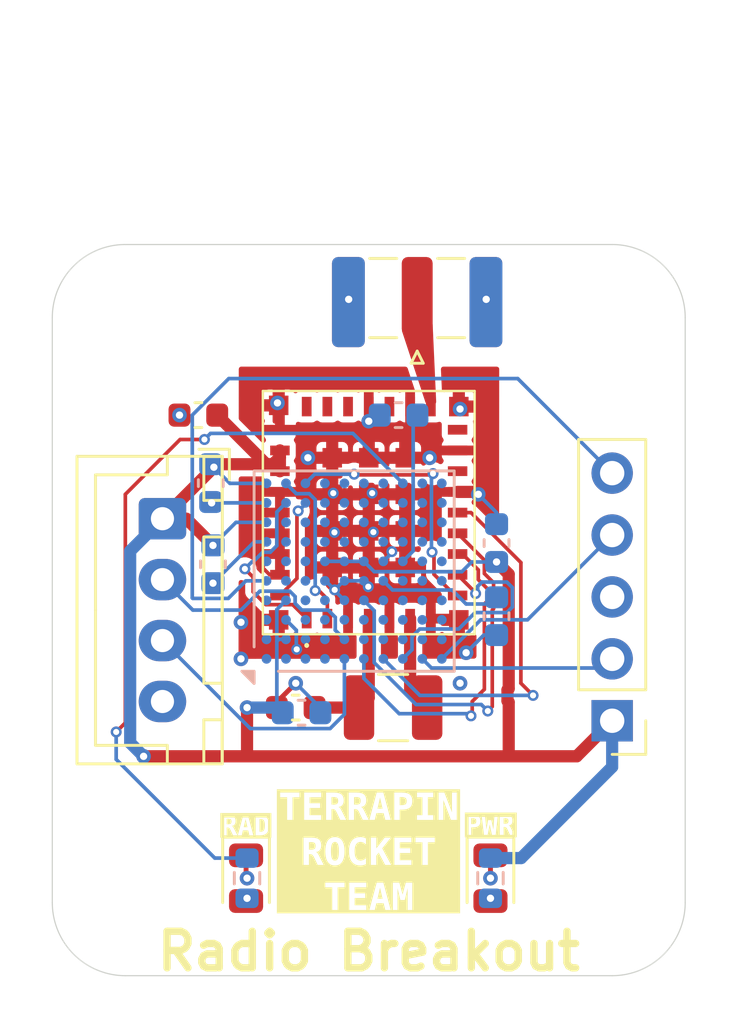
<source format=kicad_pcb>
(kicad_pcb (version 20241229) (generator "pcbnew") (generator_version "9.0")
  (layers (0 "F.Cu" signal) (4 "In1.Cu" signal) (6 "In2.Cu" signal) (2 "B.Cu" signal) (13 "F.Paste" user) (15 "B.Paste" user) (5 "F.SilkS" user "F.Silkscreen") (7 "B.SilkS" user "B.Silkscreen") (1 "F.Mask" user) (3 "B.Mask" user) (25 "Edge.Cuts" user))
  (net 0 "")
  (net 1 "GND")
  (net 2 "+3v3")
  (net 3 "/VREG")
  (net 4 "Net-(C8-Pad2)")
  (net 5 "Net-(C9-Pad2)")
  (net 6 "Net-(D1-A)")
  (net 7 "/RAD_D")
  (net 8 "/RX")
  (net 9 "/TX")
  (net 10 "/SWD")
  (net 11 "/NRST")
  (net 12 "/SWCK")
  (net 13 "/ANT")
  (net 14 "/DCC")
  (net 15 "/RAD_R")
  (net 16 "/RAD_IO8")
  (net 19 "/MISO")
  (net 20 "/SCK")
  (net 21 "/MOSI")
  (net 24 "/NCS")
  (net 26 "/RAD_BUSY")
  (net 28 "/RAD_IO9")
  (net 29 "/RAD_NRST")
  (footprint "Connector_Coaxial:SMA_Samtec_SMA-J-P-H-ST-EM1_EdgeMount" (layer "F.Cu") (at 172.99 66.1125 90)
    (property "Reference" "J3" (hide yes))
    (property "Value" "SMA")
    (pad "1" smd roundrect (at 0 0 180) (size 1.27 3.2) (layers "F.Cu" "F.Mask") (roundrect_rratio 0.1968503937) (net 13 "/ANT"))
    (pad "2" smd roundrect (at -0.25 -2.825 180) (size 1.35 3.7) (layers "F.Cu" "F.Mask") (roundrect_rratio 0.1851851852) (net 1 "GND"))
    (pad "2" smd roundrect (at -0.25 -2.825 180) (size 1.35 3.7) (layers "B.Cu" "B.Mask") (roundrect_rratio 0.1851851852) (net 1 "GND"))
    (pad "2" smd roundrect (at -0.25 2.825 180) (size 1.35 3.7) (layers "F.Cu" "F.Mask") (roundrect_rratio 0.1851851852) (net 1 "GND"))
    (pad "2" smd roundrect (at -0.25 2.825 180) (size 1.35 3.7) (layers "B.Cu" "B.Mask") (roundrect_rratio 0.1851851852) (net 1 "GND"))
  )
  (footprint "Capacitor_SMD:C_0603_1608Metric" (layer "F.Cu") (at 168 83)
    (property "Reference" "C6" (hide yes))
    (property "Value" "470n")
    (pad "1" smd roundrect (at -0.775 0) (size 0.9 0.95) (layers "F.Cu" "F.Mask" "F.Paste") (net 1 "GND"))
    (pad "2" smd roundrect (at 0.775 0) (size 0.9 0.95) (layers "F.Cu" "F.Mask" "F.Paste") (net 3 "/VREG"))
  )
  (footprint "MountingHole:MountingHole_3.2mm_M3" (layer "F.Cu") (at 181 67)
    (property "Reference" "H1" (hide yes))
    (property "Value" "MountingHole")
    (pad "" np_thru_hole circle (at 0 0) (size 3.2 3.2) (drill 3.2) (layers "*.Cu" "*.Mask"))
  )
  (footprint "Murata Radio:LBAA0XV2GT001" (layer "F.Cu") (at 171 75 90)
    (property "Reference" "U1" (hide yes))
    (property "Value" "LBAA0XV2GT-001" (hide yes))
    (pad "1" smd rect (at -4.35 -2.55 180) (size 0.4 0.8) (layers "F.Cu" "F.Mask" "F.Paste") (net 28 "/RAD_IO9"))
    (pad "2" smd rect (at -4.35 -1.7 180) (size 0.4 0.8) (layers "F.Cu" "F.Mask" "F.Paste") (net 16 "/RAD_IO8"))
    (pad "3" smd rect (at -4.35 -0.85 180) (size 0.4 0.8) (layers "F.Cu" "F.Mask" "F.Paste") (net 1 "GND"))
    (pad "4" smd rect (at -4.349999 0 180) (size 0.4 0.8) (layers "F.Cu" "F.Mask" "F.Paste") (net 3 "/VREG"))
    (pad "5" smd rect (at -4.35 0.85 180) (size 0.4 0.8) (layers "F.Cu" "F.Mask" "F.Paste") (net 1 "GND"))
    (pad "6" smd rect (at -4.35 1.7 180) (size 0.4 0.8) (layers "F.Cu" "F.Mask" "F.Paste") (net 14 "/DCC"))
    (pad "7" smd rect (at -4.35 2.55 180) (size 0.4 0.8) (layers "F.Cu" "F.Mask" "F.Paste") (net 1 "GND"))
    (pad "8" smd rect (at -4.4 3.7 180) (size 0.8 0.8) (layers "F.Cu" "F.Mask" "F.Paste") (net 1 "GND"))
    (pad "9" smd rect (at -3.4 3.65 90) (size 0.4 0.8) (layers "F.Cu" "F.Mask" "F.Paste") (net 26 "/RAD_BUSY"))
    (pad "10" smd rect (at -2.55 3.65 90) (size 0.4 0.8) (layers "F.Cu" "F.Mask" "F.Paste") (net 24 "/NCS"))
    (pad "11" smd rect (at -1.7 3.65 90) (size 0.4 0.8) (layers "F.Cu" "F.Mask" "F.Paste") (net 19 "/MISO"))
    (pad "12" smd rect (at -0.85 3.65 90) (size 0.4 0.8) (layers "F.Cu" "F.Mask" "F.Paste") (net 21 "/MOSI"))
    (pad "13" smd rect (at 0 3.65 90) (size 0.4 0.8) (layers "F.Cu" "F.Mask" "F.Paste") (net 20 "/SCK"))
    (pad "14" smd rect (at 0.85 3.65 90) (size 0.4 0.8) (layers "F.Cu" "F.Mask" "F.Paste") (net 1 "GND"))
    (pad "15" smd rect (at 1.7 3.65 90) (size 0.4 0.8) (layers "F.Cu" "F.Mask" "F.Paste"))
    (pad "16" smd rect (at 2.55 3.65 90) (size 0.4 0.8) (layers "F.Cu" "F.Mask" "F.Paste") (net 1 "GND"))
    (pad "17" smd rect (at 3.4 3.65 90) (size 0.4 0.8) (layers "F.Cu" "F.Mask" "F.Paste"))
    (pad "18" smd rect (at 4.35 3.700001 180) (size 0.8 0.8) (layers "F.Cu" "F.Mask" "F.Paste") (net 1 "GND"))
    (pad "19" smd rect (at 4.35 2.55 180) (size 0.4 0.8) (layers "F.Cu" "F.Mask" "F.Paste") (net 13 "/ANT"))
    (pad "20" smd rect (at 4.35 1.7 180) (size 0.4 0.8) (layers "F.Cu" "F.Mask" "F.Paste") (net 1 "GND"))
    (pad "21" smd rect (at 4.35 0.85 180) (size 0.4 0.8) (layers "F.Cu" "F.Mask" "F.Paste"))
    (pad "22" smd rect (at 4.349999 0 180) (size 0.4 0.8) (layers "F.Cu" "F.Mask" "F.Paste") (net 1 "GND"))
    (pad "23" smd rect (at 4.35 -0.85 180) (size 0.4 0.8) (layers "F.Cu" "F.Mask" "F.Paste"))
    (pad "24" smd rect (at 4.35 -1.7 180) (size 0.4 0.8) (layers "F.Cu" "F.Mask" "F.Paste"))
    (pad "25" smd rect (at 4.35 -2.55 180) (size 0.4 0.8) (layers "F.Cu" "F.Mask" "F.Paste"))
    (pad "26" smd rect (at 4.4 -3.7 180) (size 0.8 0.8) (layers "F.Cu" "F.Mask" "F.Paste") (net 1 "GND"))
    (pad "27" smd rect (at 3.4 -3.65 90) (size 0.4 0.8) (layers "F.Cu" "F.Mask" "F.Paste") (net 1 "GND"))
    (pad "28" smd rect (at 2.55 -3.65 90) (size 0.4 0.8) (layers "F.Cu" "F.Mask" "F.Paste") (net 2 "+3v3"))
    (pad "29" smd rect (at 1.7 -3.65 90) (size 0.4 0.8) (layers "F.Cu" "F.Mask" "F.Paste") (net 2 "+3v3"))
    (pad "30" smd rect (at 0.85 -3.65 90) (size 0.4 0.8) (layers "F.Cu" "F.Mask" "F.Paste") (net 1 "GND"))
    (pad "31" smd rect (at 0 -3.65 90) (size 0.4 0.8) (layers "F.Cu" "F.Mask" "F.Paste") (net 1 "GND"))
    (pad "32" smd rect (at -0.85 -3.65 90) (size 0.4 0.8) (layers "F.Cu" "F.Mask" "F.Paste") (net 1 "GND"))
    (pad "33" smd rect (at -1.7 -3.65 90) (size 0.4 0.8) (layers "F.Cu" "F.Mask" "F.Paste") (net 1 "GND"))
    (pad "34" smd rect (at -2.55 -3.65 90) (size 0.4 0.8) (layers "F.Cu" "F.Mask" "F.Paste") (net 1 "GND"))
    (pad "35" smd rect (at -3.4 -3.65 90) (size 0.4 0.8) (layers "F.Cu" "F.Mask" "F.Paste") (net 29 "/RAD_NRST"))
    (pad "36" smd rect (at -4.4 -3.7 180) (size 0.8 0.8) (layers "F.Cu" "F.Mask" "F.Paste") (net 1 "GND"))
    (pad "37" smd rect (at -2.25 -1.5 180) (size 0.8 0.8) (layers "F.Cu" "F.Mask" "F.Paste") (net 1 "GND"))
    (pad "38" smd rect (at -2.25 0 180) (size 0.8 0.8) (layers "F.Cu" "F.Mask" "F.Paste") (net 1 "GND"))
    (pad "39" smd rect (at -2.25 1.5 180) (size 0.8 0.8) (layers "F.Cu" "F.Mask" "F.Paste") (net 1 "GND"))
    (pad "40" smd rect (at -0.75 -1.5 180) (size 0.8 0.8) (layers "F.Cu" "F.Mask" "F.Paste") (net 1 "GND"))
    (pad "41" smd rect (at -0.75 0 180) (size 0.8 0.8) (layers "F.Cu" "F.Mask" "F.Paste") (net 1 "GND"))
    (pad "42" smd rect (at -0.75 1.5 180) (size 0.8 0.8) (layers "F.Cu" "F.Mask" "F.Paste") (net 1 "GND"))
    (pad "43" smd rect (at 0.75 -1.5 180) (size 0.8 0.8) (layers "F.Cu" "F.Mask" "F.Paste") (net 1 "GND"))
    (pad "44" smd rect (at 0.75 0 180) (size 0.8 0.8) (layers "F.Cu" "F.Mask" "F.Paste") (net 1 "GND"))
    (pad "45" smd rect (at 0.75 1.5 180) (size 0.8 0.8) (layers "F.Cu" "F.Mask" "F.Paste") (net 1 "GND"))
    (pad "46" smd rect (at 2.25 -1.5 180) (size 0.8 0.8) (layers "F.Cu" "F.Mask" "F.Paste") (net 1 "GND"))
    (pad "47" smd rect (at 2.25 0 180) (size 0.8 0.8) (layers "F.Cu" "F.Mask" "F.Paste") (net 1 "GND"))
    (pad "48" smd rect (at 2.25 1.5 180) (size 0.8 0.8) (layers "F.Cu" "F.Mask" "F.Paste") (net 1 "GND"))
  )
  (footprint "LED_SMD:LED_0805_2012Metric" (layer "F.Cu") (at 176 90 -90)
    (property "Reference" "D1" (hide yes))
    (property "Value" "PWR")
    (pad "1" smd roundrect (at -0.937501 0 270) (size 0.975 1.4) (layers "F.Cu" "F.Mask" "F.Paste") (net 1 "GND"))
    (pad "2" smd roundrect (at 0.937501 0 270) (size 0.975 1.4) (layers "F.Cu" "F.Mask" "F.Paste") (net 6 "Net-(D1-A)"))
  )
  (footprint "Connector_JST:JST_XH_B4B-XH-A_1x04_P2.50mm_Vertical" (layer "F.Cu") (at 162.525 75.25 -90)
    (property "Reference" "J1" (hide yes))
    (property "Value" "UART")
    (pad "1" thru_hole roundrect (at 0 0 270) (size 1.7 1.95) (drill 0.95) (layers "*.Cu" "*.Mask") (roundrect_rratio 0.147059) (net 2 "+3v3"))
    (pad "2" thru_hole oval (at 2.5 0 270) (size 1.7 1.95) (drill 0.95) (layers "*.Cu" "*.Mask") (net 9 "/TX"))
    (pad "3" thru_hole oval (at 5 0 270) (size 1.7 1.95) (drill 0.95) (layers "*.Cu" "*.Mask") (net 8 "/RX"))
    (pad "4" thru_hole oval (at 7.5 0 270) (size 1.7 1.95) (drill 0.95) (layers "*.Cu" "*.Mask") (net 1 "GND"))
  )
  (footprint "LED_SMD:LED_0805_2012Metric" (layer "F.Cu") (at 165.96 89.999999 -90)
    (property "Reference" "D2" (hide yes))
    (property "Value" "RAD")
    (pad "1" smd roundrect (at -0.937501 0 270) (size 0.975 1.4) (layers "F.Cu" "F.Mask" "F.Paste") (net 1 "GND"))
    (pad "2" smd roundrect (at 0.937501 0 270) (size 0.975 1.4) (layers "F.Cu" "F.Mask" "F.Paste") (net 7 "/RAD_D"))
  )
  (footprint "Capacitor_SMD:C_0603_1608Metric" (layer "F.Cu") (at 164 71 180)
    (property "Reference" "C7" (hide yes))
    (property "Value" "100n")
    (pad "1" smd roundrect (at -0.775 0 180) (size 0.9 0.95) (layers "F.Cu" "F.Mask" "F.Paste") (net 2 "+3v3"))
    (pad "2" smd roundrect (at 0.775 0 180) (size 0.9 0.95) (layers "F.Cu" "F.Mask" "F.Paste") (net 1 "GND"))
  )
  (footprint "MountingHole:MountingHole_3.2mm_M3" (layer "F.Cu") (at 181 91)
    (property "Reference" "H4" (hide yes))
    (property "Value" "MountingHole")
    (pad "" np_thru_hole circle (at 0 0) (size 3.2 3.2) (drill 3.2) (layers "*.Cu" "*.Mask"))
  )
  (footprint "MountingHole:MountingHole_3.2mm_M3" (layer "F.Cu") (at 161 67)
    (property "Reference" "H3" (hide yes))
    (property "Value" "MountingHole")
    (pad "" np_thru_hole circle (at 0 0) (size 3.2 3.2) (drill 3.2) (layers "*.Cu" "*.Mask"))
  )
  (footprint "MountingHole:MountingHole_3.2mm_M3" (layer "F.Cu") (at 161 91)
    (property "Reference" "H2" (hide yes))
    (property "Value" "MountingHole")
    (pad "" np_thru_hole circle (at 0 0) (size 3.2 3.2) (drill 3.2) (layers "*.Cu" "*.Mask"))
  )
  (footprint "Connector_PinHeader_2.54mm:PinHeader_1x05_P2.54mm_Vertical" (layer "F.Cu") (at 181 83.54 180)
    (property "Reference" "J2" (hide yes))
    (property "Value" "Conn_01x05")
    (pad "1" thru_hole rect (at 0 0 180) (size 1.7 1.7) (drill 1) (layers "*.Cu" "*.Mask") (net 2 "+3v3"))
    (pad "2" thru_hole circle (at 0 2.54 180) (size 1.7 1.7) (drill 1) (layers "*.Cu" "*.Mask") (net 12 "/SWCK"))
    (pad "3" thru_hole circle (at 0 5.08 180) (size 1.7 1.7) (drill 1) (layers "*.Cu" "*.Mask") (net 1 "GND"))
    (pad "4" thru_hole circle (at 0 7.62 180) (size 1.7 1.7) (drill 1) (layers "*.Cu" "*.Mask") (net 10 "/SWD"))
    (pad "5" thru_hole circle (at 0 10.16 180) (size 1.7 1.7) (drill 1) (layers "*.Cu" "*.Mask") (net 11 "/NRST"))
  )
  (footprint "Inductor_SMD:L_1210_3225Metric" (layer "F.Cu") (at 172 83 180)
    (property "Reference" "L1" (hide yes))
    (property "Value" "15u")
    (pad "1" smd roundrect (at -1.399999 0 180) (size 1.25 2.65) (layers "F.Cu" "F.Mask" "F.Paste") (roundrect_rratio 0.2) (net 14 "/DCC"))
    (pad "2" smd roundrect (at 1.399999 0 180) (size 1.25 2.65) (layers "F.Cu" "F.Mask" "F.Paste") (roundrect_rratio 0.2) (net 3 "/VREG"))
  )
  (footprint "Resistor_SMD:R_0603_1608Metric" (layer "B.Cu") (at 166 90 -90)
    (property "Reference" "R2" (hide yes))
    (property "Value" "560")
    (pad "1" smd roundrect (at -0.825 0 270) (size 0.8 0.95) (layers "B.Cu" "B.Mask" "B.Paste") (net 15 "/RAD_R"))
    (pad "2" smd roundrect (at 0.825 0 270) (size 0.8 0.95) (layers "B.Cu" "B.Mask" "B.Paste") (net 7 "/RAD_D"))
  )
  (footprint "Capacitor_SMD:C_0603_1608Metric" (layer "B.Cu") (at 164.6 77.12 -90)
    (property "Reference" "C5" (hide yes))
    (property "Value" "100n")
    (pad "1" smd roundrect (at -0.775 0 270) (size 0.9 0.95) (layers "B.Cu" "B.Mask" "B.Paste") (net 2 "+3v3"))
    (pad "2" smd roundrect (at 0.775 0 270) (size 0.9 0.95) (layers "B.Cu" "B.Mask" "B.Paste") (net 1 "GND"))
  )
  (footprint "Package_BGA:TFBGA-100_8x8mm_Layout10x10_P0.8mm" (layer "B.Cu") (at 170.4 77.4)
    (property "Reference" "U2" (hide yes))
    (property "Value" "STM32H723VEHx")
    (pad "A1" smd circle (at -3.6 3.6) (size 0.4 0.4) (property pad_prop_bga) (layers "B.Cu" "B.Mask" "B.Paste"))
    (pad "A2" smd circle (at -2.8 3.6) (size 0.4 0.4) (property pad_prop_bga) (layers "B.Cu" "B.Mask" "B.Paste"))
    (pad "A3" smd circle (at -2 3.6) (size 0.4 0.4) (property pad_prop_bga) (layers "B.Cu" "B.Mask" "B.Paste"))
    (pad "A4" smd circle (at -1.2 3.6) (size 0.4 0.4) (property pad_prop_bga) (layers "B.Cu" "B.Mask" "B.Paste"))
    (pad "A5" smd circle (at -0.4 3.6) (size 0.4 0.4) (property pad_prop_bga) (layers "B.Cu" "B.Mask" "B.Paste") (net 8 "/RX"))
    (pad "A6" smd circle (at 0.4 3.6) (size 0.4 0.4) (property pad_prop_bga) (layers "B.Cu" "B.Mask" "B.Paste") (net 19 "/MISO"))
    (pad "A7" smd circle (at 1.2 3.6) (size 0.4 0.4) (property pad_prop_bga) (layers "B.Cu" "B.Mask" "B.Paste") (net 20 "/SCK"))
    (pad "A8" smd circle (at 2 3.6) (size 0.4 0.4) (property pad_prop_bga) (layers "B.Cu" "B.Mask" "B.Paste") (net 24 "/NCS"))
    (pad "A9" smd circle (at 2.8 3.6) (size 0.4 0.4) (property pad_prop_bga) (layers "B.Cu" "B.Mask" "B.Paste") (net 12 "/SWCK"))
    (pad "A10" smd circle (at 3.6 3.6) (size 0.4 0.4) (property pad_prop_bga) (layers "B.Cu" "B.Mask" "B.Paste") (net 10 "/SWD"))
    (pad "B1" smd circle (at -3.6 2.8) (size 0.4 0.4) (property pad_prop_bga) (layers "B.Cu" "B.Mask" "B.Paste"))
    (pad "B2" smd circle (at -2.8 2.8) (size 0.4 0.4) (property pad_prop_bga) (layers "B.Cu" "B.Mask" "B.Paste") (net 2 "+3v3"))
    (pad "B3" smd circle (at -2 2.8) (size 0.4 0.4) (property pad_prop_bga) (layers "B.Cu" "B.Mask" "B.Paste"))
    (pad "B4" smd circle (at -1.2 2.8) (size 0.4 0.4) (property pad_prop_bga) (layers "B.Cu" "B.Mask" "B.Paste"))
    (pad "B5" smd circle (at -0.4 2.8) (size 0.4 0.4) (property pad_prop_bga) (layers "B.Cu" "B.Mask" "B.Paste") (net 9 "/TX"))
    (pad "B6" smd circle (at 0.4 2.8) (size 0.4 0.4) (property pad_prop_bga) (layers "B.Cu" "B.Mask" "B.Paste"))
    (pad "B7" smd circle (at 1.2 2.8) (size 0.4 0.4) (property pad_prop_bga) (layers "B.Cu" "B.Mask" "B.Paste"))
    (pad "B8" smd circle (at 2 2.8) (size 0.4 0.4) (property pad_prop_bga) (layers "B.Cu" "B.Mask" "B.Paste"))
    (pad "B9" smd circle (at 2.8 2.8) (size 0.4 0.4) (property pad_prop_bga) (layers "B.Cu" "B.Mask" "B.Paste"))
    (pad "B10" smd circle (at 3.6 2.8) (size 0.4 0.4) (property pad_prop_bga) (layers "B.Cu" "B.Mask" "B.Paste"))
    (pad "C1" smd circle (at -3.6 2) (size 0.4 0.4) (property pad_prop_bga) (layers "B.Cu" "B.Mask" "B.Paste"))
    (pad "C2" smd circle (at -2.8 2) (size 0.4 0.4) (property pad_prop_bga) (layers "B.Cu" "B.Mask" "B.Paste") (net 1 "GND"))
    (pad "C3" smd circle (at -2 2) (size 0.4 0.4) (property pad_prop_bga) (layers "B.Cu" "B.Mask" "B.Paste"))
    (pad "C4" smd circle (at -1.2 2) (size 0.4 0.4) (property pad_prop_bga) (layers "B.Cu" "B.Mask" "B.Paste"))
    (pad "C5" smd circle (at -0.4 2) (size 0.4 0.4) (property pad_prop_bga) (layers "B.Cu" "B.Mask" "B.Paste"))
    (pad "C6" smd circle (at 0.4 2) (size 0.4 0.4) (property pad_prop_bga) (layers "B.Cu" "B.Mask" "B.Paste"))
    (pad "C7" smd circle (at 1.2 2) (size 0.4 0.4) (property pad_prop_bga) (layers "B.Cu" "B.Mask" "B.Paste"))
    (pad "C8" smd circle (at 2 2) (size 0.4 0.4) (property pad_prop_bga) (layers "B.Cu" "B.Mask" "B.Paste"))
    (pad "C9" smd circle (at 2.8 2) (size 0.4 0.4) (property pad_prop_bga) (layers "B.Cu" "B.Mask" "B.Paste"))
    (pad "C10" smd circle (at 3.6 2) (size 0.4 0.4) (property pad_prop_bga) (layers "B.Cu" "B.Mask" "B.Paste"))
    (pad "D1" smd circle (at -3.6 1.2) (size 0.4 0.4) (property pad_prop_bga) (layers "B.Cu" "B.Mask" "B.Paste"))
    (pad "D2" smd circle (at -2.8 1.2) (size 0.4 0.4) (property pad_prop_bga) (layers "B.Cu" "B.Mask" "B.Paste") (net 2 "+3v3"))
    (pad "D3" smd circle (at -2 1.2) (size 0.4 0.4) (property pad_prop_bga) (layers "B.Cu" "B.Mask" "B.Paste"))
    (pad "D4" smd circle (at -1.2 1.2) (size 0.4 0.4) (property pad_prop_bga) (layers "B.Cu" "B.Mask" "B.Paste"))
    (pad "D5" smd circle (at -0.4 1.2) (size 0.4 0.4) (property pad_prop_bga) (layers "B.Cu" "B.Mask" "B.Paste") (net 1 "GND"))
    (pad "D6" smd circle (at 0.4 1.2) (size 0.4 0.4) (property pad_prop_bga) (layers "B.Cu" "B.Mask" "B.Paste") (net 21 "/MOSI"))
    (pad "D7" smd circle (at 1.2 1.2) (size 0.4 0.4) (property pad_prop_bga) (layers "B.Cu" "B.Mask" "B.Paste"))
    (pad "D8" smd circle (at 2 1.2) (size 0.4 0.4) (property pad_prop_bga) (layers "B.Cu" "B.Mask" "B.Paste"))
    (pad "D9" smd circle (at 2.8 1.2) (size 0.4 0.4) (property pad_prop_bga) (layers "B.Cu" "B.Mask" "B.Paste"))
    (pad "D10" smd circle (at 3.6 1.2) (size 0.4 0.4) (property pad_prop_bga) (layers "B.Cu" "B.Mask" "B.Paste"))
    (pad "E1" smd circle (at -3.6 0.4) (size 0.4 0.4) (property pad_prop_bga) (layers "B.Cu" "B.Mask" "B.Paste") (net 11 "/NRST"))
    (pad "E2" smd circle (at -2.8 0.4) (size 0.4 0.4) (property pad_prop_bga) (layers "B.Cu" "B.Mask" "B.Paste"))
    (pad "E3" smd circle (at -2 0.4) (size 0.4 0.4) (property pad_prop_bga) (layers "B.Cu" "B.Mask" "B.Paste"))
    (pad "E4" smd circle (at -1.2 0.4) (size 0.4 0.4) (property pad_prop_bga) (layers "B.Cu" "B.Mask" "B.Paste") (net 1 "GND"))
    (pad "E5" smd circle (at -0.4 0.4) (size 0.4 0.4) (property pad_prop_bga) (layers "B.Cu" "B.Mask" "B.Paste") (net 1 "GND"))
    (pad "E6" smd circle (at 0.4 0.4) (size 0.4 0.4) (property pad_prop_bga) (layers "B.Cu" "B.Mask" "B.Paste") (net 1 "GND"))
    (pad "E7" smd circle (at 1.2 0.4) (size 0.4 0.4) (property pad_prop_bga) (layers "B.Cu" "B.Mask" "B.Paste") (net 4 "Net-(C8-Pad2)"))
    (pad "E8" smd circle (at 2 0.4) (size 0.4 0.4) (property pad_prop_bga) (layers "B.Cu" "B.Mask" "B.Paste"))
    (pad "E9" smd circle (at 2.8 0.4) (size 0.4 0.4) (property pad_prop_bga) (layers "B.Cu" "B.Mask" "B.Paste"))
    (pad "E10" smd circle (at 3.6 0.4) (size 0.4 0.4) (property pad_prop_bga) (layers "B.Cu" "B.Mask" "B.Paste"))
    (pad "F1" smd circle (at -3.6 -0.4) (size 0.4 0.4) (property pad_prop_bga) (layers "B.Cu" "B.Mask" "B.Paste"))
    (pad "F2" smd circle (at -2.8 -0.4) (size 0.4 0.4) (property pad_prop_bga) (layers "B.Cu" "B.Mask" "B.Paste"))
    (pad "F3" smd circle (at -2 -0.4) (size 0.4 0.4) (property pad_prop_bga) (layers "B.Cu" "B.Mask" "B.Paste"))
    (pad "F4" smd circle (at -1.2 -0.4) (size 0.4 0.4) (property pad_prop_bga) (layers "B.Cu" "B.Mask" "B.Paste") (net 2 "+3v3"))
    (pad "F5" smd circle (at -0.4 -0.4) (size 0.4 0.4) (property pad_prop_bga) (layers "B.Cu" "B.Mask" "B.Paste") (net 2 "+3v3"))
    (pad "F6" smd circle (at 0.4 -0.4) (size 0.4 0.4) (property pad_prop_bga) (layers "B.Cu" "B.Mask" "B.Paste") (net 2 "+3v3"))
    (pad "F7" smd circle (at 1.2 -0.4) (size 0.4 0.4) (property pad_prop_bga) (layers "B.Cu" "B.Mask" "B.Paste") (net 1 "GND"))
    (pad "F8" smd circle (at 2 -0.4) (size 0.4 0.4) (property pad_prop_bga) (layers "B.Cu" "B.Mask" "B.Paste") (net 5 "Net-(C9-Pad2)"))
    (pad "F9" smd circle (at 2.8 -0.4) (size 0.4 0.4) (property pad_prop_bga) (layers "B.Cu" "B.Mask" "B.Paste"))
    (pad "F10" smd circle (at 3.6 -0.4) (size 0.4 0.4) (property pad_prop_bga) (layers "B.Cu" "B.Mask" "B.Paste"))
    (pad "G1" smd circle (at -3.6 -1.2) (size 0.4 0.4) (property pad_prop_bga) (layers "B.Cu" "B.Mask" "B.Paste") (net 1 "GND"))
    (pad "G2" smd circle (at -2.8 -1.2) (size 0.4 0.4) (property pad_prop_bga) (layers "B.Cu" "B.Mask" "B.Paste"))
    (pad "G3" smd circle (at -2 -1.2) (size 0.4 0.4) (property pad_prop_bga) (layers "B.Cu" "B.Mask" "B.Paste"))
    (pad "G4" smd circle (at -1.2 -1.2) (size 0.4 0.4) (property pad_prop_bga) (layers "B.Cu" "B.Mask" "B.Paste"))
    (pad "G5" smd circle (at -0.4 -1.2) (size 0.4 0.4) (property pad_prop_bga) (layers "B.Cu" "B.Mask" "B.Paste"))
    (pad "G6" smd circle (at 0.4 -1.2) (size 0.4 0.4) (property pad_prop_bga) (layers "B.Cu" "B.Mask" "B.Paste"))
    (pad "G7" smd circle (at 1.2 -1.2) (size 0.4 0.4) (property pad_prop_bga) (layers "B.Cu" "B.Mask" "B.Paste"))
    (pad "G8" smd circle (at 2 -1.2) (size 0.4 0.4) (property pad_prop_bga) (layers "B.Cu" "B.Mask" "B.Paste"))
    (pad "G9" smd circle (at 2.8 -1.2) (size 0.4 0.4) (property pad_prop_bga) (layers "B.Cu" "B.Mask" "B.Paste"))
    (pad "G10" smd circle (at 3.6 -1.2) (size 0.4 0.4) (property pad_prop_bga) (layers "B.Cu" "B.Mask" "B.Paste"))
    (pad "H1" smd circle (at -3.6 -2) (size 0.4 0.4) (property pad_prop_bga) (layers "B.Cu" "B.Mask" "B.Paste") (net 2 "+3v3"))
    (pad "H2" smd circle (at -2.8 -2) (size 0.4 0.4) (property pad_prop_bga) (layers "B.Cu" "B.Mask" "B.Paste"))
    (pad "H3" smd circle (at -2 -2) (size 0.4 0.4) (property pad_prop_bga) (layers "B.Cu" "B.Mask" "B.Paste"))
    (pad "H4" smd circle (at -1.2 -2) (size 0.4 0.4) (property pad_prop_bga) (layers "B.Cu" "B.Mask" "B.Paste"))
    (pad "H5" smd circle (at -0.4 -2) (size 0.4 0.4) (property pad_prop_bga) (layers "B.Cu" "B.Mask" "B.Paste"))
    (pad "H6" smd circle (at 0.4 -2) (size 0.4 0.4) (property pad_prop_bga) (layers "B.Cu" "B.Mask" "B.Paste"))
    (pad "H7" smd circle (at 1.2 -2) (size 0.4 0.4) (property pad_prop_bga) (layers "B.Cu" "B.Mask" "B.Paste"))
    (pad "H8" smd circle (at 2 -2) (size 0.4 0.4) (property pad_prop_bga) (layers "B.Cu" "B.Mask" "B.Paste"))
    (pad "H9" smd circle (at 2.8 -2) (size 0.4 0.4) (property pad_prop_bga) (layers "B.Cu" "B.Mask" "B.Paste"))
    (pad "H10" smd circle (at 3.6 -2) (size 0.4 0.4) (property pad_prop_bga) (layers "B.Cu" "B.Mask" "B.Paste"))
    (pad "J1" smd circle (at -3.6 -2.8) (size 0.4 0.4) (property pad_prop_bga) (layers "B.Cu" "B.Mask" "B.Paste") (net 1 "GND"))
    (pad "J2" smd circle (at -2.8 -2.8) (size 0.4 0.4) (property pad_prop_bga) (layers "B.Cu" "B.Mask" "B.Paste") (net 28 "/RAD_IO9"))
    (pad "J3" smd circle (at -2 -2.8) (size 0.4 0.4) (property pad_prop_bga) (layers "B.Cu" "B.Mask" "B.Paste") (net 29 "/RAD_NRST"))
    (pad "J4" smd circle (at -1.2 -2.8) (size 0.4 0.4) (property pad_prop_bga) (layers "B.Cu" "B.Mask" "B.Paste"))
    (pad "J5" smd circle (at -0.4 -2.8) (size 0.4 0.4) (property pad_prop_bga) (layers "B.Cu" "B.Mask" "B.Paste"))
    (pad "J6" smd circle (at 0.4 -2.8) (size 0.4 0.4) (property pad_prop_bga) (layers "B.Cu" "B.Mask" "B.Paste"))
    (pad "J7" smd circle (at 1.2 -2.8) (size 0.4 0.4) (property pad_prop_bga) (layers "B.Cu" "B.Mask" "B.Paste"))
    (pad "J8" smd circle (at 2 -2.8) (size 0.4 0.4) (property pad_prop_bga) (layers "B.Cu" "B.Mask" "B.Paste"))
    (pad "J9" smd circle (at 2.8 -2.8) (size 0.4 0.4) (property pad_prop_bga) (layers "B.Cu" "B.Mask" "B.Paste"))
    (pad "J10" smd circle (at 3.6 -2.8) (size 0.4 0.4) (property pad_prop_bga) (layers "B.Cu" "B.Mask" "B.Paste"))
    (pad "K1" smd circle (at -3.6 -3.6) (size 0.4 0.4) (property pad_prop_bga) (layers "B.Cu" "B.Mask" "B.Paste") (net 2 "+3v3"))
    (pad "K2" smd circle (at -2.8 -3.6) (size 0.4 0.4) (property pad_prop_bga) (layers "B.Cu" "B.Mask" "B.Paste") (net 16 "/RAD_IO8"))
    (pad "K3" smd circle (at -2 -3.6) (size 0.4 0.4) (property pad_prop_bga) (layers "B.Cu" "B.Mask" "B.Paste") (net 26 "/RAD_BUSY"))
    (pad "K4" smd circle (at -1.2 -3.6) (size 0.4 0.4) (property pad_prop_bga) (layers "B.Cu" "B.Mask" "B.Paste"))
    (pad "K5" smd circle (at -0.4 -3.6) (size 0.4 0.4) (property pad_prop_bga) (layers "B.Cu" "B.Mask" "B.Paste"))
    (pad "K6" smd circle (at 0.4 -3.6) (size 0.4 0.4) (property pad_prop_bga) (layers "B.Cu" "B.Mask" "B.Paste"))
    (pad "K7" smd circle (at 1.2 -3.6) (size 0.4 0.4) (property pad_prop_bga) (layers "B.Cu" "B.Mask" "B.Paste"))
    (pad "K8" smd circle (at 2 -3.6) (size 0.4 0.4) (property pad_prop_bga) (layers "B.Cu" "B.Mask" "B.Paste") (net 15 "/RAD_R"))
    (pad "K9" smd circle (at 2.8 -3.6) (size 0.4 0.4) (property pad_prop_bga) (layers "B.Cu" "B.Mask" "B.Paste"))
    (pad "K10" smd circle (at 3.6 -3.6) (size 0.4 0.4) (property pad_prop_bga) (layers "B.Cu" "B.Mask" "B.Paste"))
  )
  (footprint "Resistor_SMD:R_0603_1608Metric" (layer "B.Cu") (at 176 90 -90)
    (property "Reference" "R1" (hide yes))
    (property "Value" "2k")
    (pad "1" smd roundrect (at -0.825 0 270) (size 0.8 0.95) (layers "B.Cu" "B.Mask" "B.Paste") (net 2 "+3v3"))
    (pad "2" smd roundrect (at 0.825 0 270) (size 0.8 0.95) (layers "B.Cu" "B.Mask" "B.Paste") (net 6 "Net-(D1-A)"))
  )
  (footprint "Capacitor_SMD:C_0603_1608Metric" (layer "B.Cu") (at 164.51 73.79 -90)
    (property "Reference" "C4" (hide yes))
    (property "Value" "100n")
    (pad "1" smd roundrect (at -0.775 0 270) (size 0.9 0.95) (layers "B.Cu" "B.Mask" "B.Paste") (net 2 "+3v3"))
    (pad "2" smd roundrect (at 0.775 0 270) (size 0.9 0.95) (layers "B.Cu" "B.Mask" "B.Paste") (net 1 "GND"))
  )
  (footprint "Capacitor_SMD:C_0603_1608Metric" (layer "B.Cu") (at 168.24 83.21)
    (property "Reference" "C3" (hide yes))
    (property "Value" "100n")
    (pad "1" smd roundrect (at -0.775 0) (size 0.9 0.95) (layers "B.Cu" "B.Mask" "B.Paste") (net 2 "+3v3"))
    (pad "2" smd roundrect (at 0.775 0) (size 0.9 0.95) (layers "B.Cu" "B.Mask" "B.Paste") (net 1 "GND"))
  )
  (footprint "Capacitor_SMD:C_0603_1608Metric" (layer "B.Cu") (at 176.25 76.25 90)
    (property "Reference" "C2" (hide yes))
    (property "Value" "100n")
    (pad "1" smd roundrect (at -0.775 0 90) (size 0.9 0.95) (layers "B.Cu" "B.Mask" "B.Paste") (net 2 "+3v3"))
    (pad "2" smd roundrect (at 0.775 0 90) (size 0.9 0.95) (layers "B.Cu" "B.Mask" "B.Paste") (net 1 "GND"))
  )
  (footprint "Capacitor_SMD:C_0603_1608Metric" (layer "B.Cu") (at 172.225 71)
    (property "Reference" "C9" (hide yes))
    (property "Value" "2u2")
    (pad "1" smd roundrect (at -0.775 0) (size 0.9 0.95) (layers "B.Cu" "B.Mask" "B.Paste") (net 1 "GND"))
    (pad "2" smd roundrect (at 0.775 0) (size 0.9 0.95) (layers "B.Cu" "B.Mask" "B.Paste") (net 5 "Net-(C9-Pad2)"))
  )
  (footprint "Capacitor_SMD:C_0603_1608Metric" (layer "B.Cu") (at 176.25 79.25 90)
    (property "Reference" "C8" (hide yes))
    (property "Value" "2u2")
    (pad "1" smd roundrect (at -0.775 0 90) (size 0.9 0.95) (layers "B.Cu" "B.Mask" "B.Paste") (net 1 "GND"))
    (pad "2" smd roundrect (at 0.775 0 90) (size 0.9 0.95) (layers "B.Cu" "B.Mask" "B.Paste") (net 4 "Net-(C8-Pad2)"))
  )
  (gr_line (start 166.925 87.45) (end 165 87.45) (stroke (width 0.12)) (layer "F.SilkS"))
  (gr_line (start 166.92 88.315) (end 166.925 87.45) (stroke (width 0.12)) (layer "F.SilkS"))
  (gr_line (start 165 87.45) (end 165 88.315) (stroke (width 0.12)) (layer "F.SilkS"))
  (gr_line (start 175.04 87.425) (end 176.95 87.425) (stroke (width 0.12)) (layer "F.SilkS"))
  (gr_line (start 176.96 87.425) (end 176.96 88.315001) (stroke (width 0.12)) (layer "F.SilkS"))
  (gr_line (start 175.04 88.315001) (end 175.04 87.425) (stroke (width 0.12)) (layer "F.SilkS"))
  (gr_line (start 184 91) (end 184 67) (stroke (width 0.05)) (layer "Edge.Cuts"))
  (gr_line (start 158 67) (end 158 91) (stroke (width 0.05)) (layer "Edge.Cuts"))
  (gr_arc (start 184 91) (mid 183.12132 93.12132) (end 181 94) (stroke (width 0.05)) (layer "Edge.Cuts"))
  (gr_arc (start 158 67) (mid 158.87868 64.87868) (end 161 64) (stroke (width 0.05)) (layer "Edge.Cuts"))
  (gr_arc (start 181 64) (mid 183.12132 64.87868) (end 184 67) (stroke (width 0.05)) (layer "Edge.Cuts"))
  (gr_line (start 181 64) (end 161 64) (stroke (width 0.05)) (layer "Edge.Cuts"))
  (gr_line (start 161 94) (end 181 94) (stroke (width 0.05)) (layer "Edge.Cuts"))
  (gr_arc (start 161 94) (mid 158.87868 93.12132) (end 158 91) (stroke (width 0.05)) (layer "Edge.Cuts"))
  (gr_text "PWR" (at 175.97 87.89 0) (layer "F.SilkS" knockout) (effects (font (size 0.8 0.8) (thickness 0.2) (bold yes))))
  (gr_text "RAD" (at 165.94 87.91 0) (layer "F.SilkS" knockout) (effects (font (size 0.8 0.8) (thickness 0.2) (bold yes))))
  (gr_text "TERRAPIN\nROCKET\nTEAM" (at 171 89 0) (layer "F.SilkS" knockout) (effects (font (size 1.1 1.1) (thickness 0.275) (bold yes))))
  (gr_text "Radio Breakout" (at 171 93 0) (layer "F.SilkS") (effects (font (size 1.5 1.5) (thickness 0.3) (bold yes))))
  (segment (start 165.96 89.062498) (end 165.96 89.96) (width 0.2) (layer "F.Cu") (net 1))
  (segment (start 166.93 77.55) (end 166.59 77.21) (width 0.15) (layer "F.Cu") (net 1))
  (segment (start 175.4 74.15) (end 175.5 74.25) (width 0.5) (layer "F.Cu") (net 1))
  (segment (start 167.225 83) (end 167.225 82.775) (width 0.2) (layer "F.Cu") (net 1))
  (segment (start 165.96 89.96) (end 166 90) (width 0.2) (layer "F.Cu") (net 1))
  (segment (start 167.35 77.55) (end 166.93 77.55) (width 0.15) (layer "F.Cu") (net 1))
  (segment (start 167.225 82.775) (end 168 82) (width 0.2) (layer "F.Cu") (net 1))
  (segment (start 174.65 74.15) (end 175.4 74.15) (width 0.5) (layer "F.Cu") (net 1))
  (segment (start 176 89.062499) (end 176 90) (width 0.2) (layer "F.Cu") (net 1))
  (via (at 174.75 82) (size 0.6) (drill 0.3) (layers "F.Cu" "B.Cu") (net 1))
  (via (at 169.6 78.17) (size 0.45) (drill 0.25) (layers "F.Cu" "B.Cu") (net 1))
  (via (at 163.225 71) (size 0.6) (drill 0.3) (layers "F.Cu" "B.Cu") (net 1))
  (via (at 169.59 75.81) (size 0.45) (drill 0.25) (layers "F.Cu" "B.Cu") (net 1))
  (via (at 165.75 81) (size 0.6) (drill 0.3) (layers "F.Cu" "B.Cu") (net 1))
  (via (at 165.75 79.5) (size 0.6) (drill 0.3) (layers "F.Cu" "B.Cu") (net 1))
  (via (at 173.5 72.75) (size 0.6) (drill 0.3) (layers "F.Cu" "B.Cu") (net 1))
  (via (at 169.541667 74.201389) (size 0.45) (drill 0.25) (layers "F.Cu" "B.Cu") (net 1))
  (via (at 171.95 76.6) (size 0.45) (drill 0.25) (layers "F.Cu" "B.Cu") (net 1))
  (via (at 171 71.25) (size 0.6) (drill 0.3) (layers "F.Cu" "B.Cu") (net 1))
  (via (at 175.825 66.25) (size 0.6) (drill 0.3) (layers "F.Cu" "B.Cu") (net 1))
  (via (at 168.5 72.75) (size 0.6) (drill 0.3) (layers "F.Cu" "B.Cu") (net 1))
  (via (at 168 82) (size 0.6) (drill 0.3) (layers "F.Cu" "B.Cu") (net 1))
  (via (at 171.19 75.8) (size 0.45) (drill 0.25) (layers "F.Cu" "B.Cu") (net 1))
  (via (at 164.6 77.895) (size 0.6) (drill 0.3) (layers "F.Cu" "B.Cu") (net 1))
  (via (at 167.25 70.5) (size 0.6) (drill 0.3) (layers "F.Cu" "B.Cu") (net 1))
  (via (at 175 80.75) (size 0.6) (drill 0.3) (layers "F.Cu" "B.Cu") (net 1))
  (via (at 166 90) (size 0.6) (drill 0.3) (layers "F.Cu" "B.Cu") (net 1))
  (via (at 168.04 80.61) (size 0.45) (drill 0.25) (layers "F.Cu" "B.Cu") (net 1))
  (via (at 174.75 70.75) (size 0.6) (drill 0.3) (layers "F.Cu" "B.Cu") (net 1))
  (via (at 176 90) (size 0.6) (drill 0.3) (layers "F.Cu" "B.Cu") (net 1))
  (via (at 175.5 74.25) (size 0.6) (drill 0.3) (layers "F.Cu" "B.Cu") (net 1))
  (via (at 170.175 66.25) (size 0.6) (drill 0.3) (layers "F.Cu" "B.Cu") (net 1))
  (via (at 170.98 78.04) (size 0.45) (drill 0.25) (layers "F.Cu" "B.Cu") (net 1))
  (via (at 171.140039 74.199999) (size 0.45) (drill 0.25) (layers "F.Cu" "B.Cu") (net 1))
  (via (at 164.545 74.6) (size 0.6) (drill 0.3) (layers "F.Cu" "B.Cu") (net 1))
  (segment (start 168.024 79.824) (end 168.024 80.594) (width 0.15) (layer "B.Cu") (net 1))
  (segment (start 176.25 75.475) (end 176.25 75) (width 0.15) (layer "B.Cu") (net 1))
  (segment (start 166.8 76.2) (end 166.295 76.2) (width 0.15) (layer "B.Cu") (net 1))
  (segment (start 170 77.8) (end 170.8 77.8) (width 0.15) (layer "B.Cu") (net 1))
  (segment (start 169.015 83.21) (end 169.015 83.015) (width 0.15) (layer "B.Cu") (net 1))
  (segment (start 175.725 80.025) (end 175 80.75) (width 0.15) (layer "B.Cu") (net 1))
  (segment (start 164.545 74.6) (end 164.51 74.565) (width 0.15) (layer "B.Cu") (net 1))
  (segment (start 169.97 77.8) (end 169.6 78.17) (width 0.15) (layer "B.Cu") (net 1))
  (segment (start 169.2 77.8) (end 169.23 77.8) (width 0.15) (layer "B.Cu") (net 1))
  (segment (start 171.6 77) (end 171.95 76.65) (width 0.15) (layer "B.Cu") (net 1))
  (segment (start 171.95 76.65) (end 171.95 76.6) (width 0.15) (layer "B.Cu") (net 1))
  (segment (start 168.024 80.594) (end 168.04 80.61) (width 0.15) (layer "B.Cu") (net 1))
  (segment (start 166.295 76.2) (end 164.6 77.895) (width 0.15) (layer "B.Cu") (net 1))
  (segment (start 169.6 78.2) (end 170 78.6) (width 0.15) (layer "B.Cu") (net 1))
  (segment (start 169.6 78.17) (end 169.6 78.2) (width 0.15) (layer "B.Cu") (net 1))
  (segment (start 176.25 80.025) (end 175.725 80.025) (width 0.15) (layer "B.Cu") (net 1))
  (segment (start 166.8 74.6) (end 164.545 74.6) (width 0.15) (layer "B.Cu") (net 1))
  (segment (start 169.015 83.015) (end 168 82) (width 0.15) (layer "B.Cu") (net 1))
  (segment (start 176.25 75) (end 175.5 74.25) (width 0.15) (layer "B.Cu") (net 1))
  (segment (start 169.23 77.8) (end 169.6 78.17) (width 0.15) (layer "B.Cu") (net 1))
  (segment (start 167.6 79.4) (end 168.024 79.824) (width 0.15) (layer "B.Cu") (net 1))
  (segment (start 170 77.8) (end 169.97 77.8) (width 0.15) (layer "B.Cu") (net 1))
  (segment (start 162.525 75.25) (end 163.505 75.25) (width 0.5) (layer "F.Cu") (net 2))
  (segment (start 176.699 82.271768) (end 176.75 82.220768) (width 0.5) (layer "F.Cu") (net 2))
  (segment (start 166.79 73.015) (end 164.775 71) (width 0.5) (layer "F.Cu") (net 2))
  (segment (start 161.75 85) (end 166 85) (width 0.5) (layer "F.Cu") (net 2))
  (segment (start 167.065 73.015) (end 167.35 73.3) (width 0.5) (layer "F.Cu") (net 2))
  (segment (start 179.54 85) (end 181 83.54) (width 0.5) (layer "F.Cu") (net 2))
  (segment (start 167.35 73.3) (end 167.35 72.45) (width 0.5) (layer "F.Cu") (net 2))
  (segment (start 176.75 82.779232) (end 176.699 82.728232) (width 0.5) (layer "F.Cu") (net 2))
  (segment (start 166 85) (end 166 83) (width 0.5) (layer "F.Cu") (net 2))
  (segment (start 164.76 73.015) (end 167.065 73.015) (width 0.5) (layer "F.Cu") (net 2))
  (segment (start 161.75 85) (end 179.54 85) (width 0.5) (layer "F.Cu") (net 2))
  (segment (start 167.35 72.45) (end 167.35 72.73) (width 0.5) (layer "F.Cu") (net 2))
  (segment (start 163.505 75.25) (end 164.6 76.345) (width 0.5) (layer "F.Cu") (net 2))
  (segment (start 167.35 72.73) (end 167.065 73.015) (width 0.5) (layer "F.Cu") (net 2))
  (segment (start 179.54 85) (end 176.75 85) (width 0.5) (layer "F.Cu") (net 2))
  (segment (start 167.065 73.015) (end 166.79 73.015) (width 0.5) (layer "F.Cu") (net 2))
  (segment (start 176.75 77.525) (end 176.25 77.025) (width 0.5) (layer "F.Cu") (net 2))
  (segment (start 176.75 85) (end 176.75 82.779232) (width 0.5) (layer "F.Cu") (net 2))
  (segment (start 176.75 82.220768) (end 176.75 77.525) (width 0.5) (layer "F.Cu") (net 2))
  (segment (start 162.525 75.25) (end 164.76 73.015) (width 0.5) (layer "F.Cu") (net 2))
  (segment (start 176.699 82.728232) (end 176.699 82.271768) (width 0.5) (layer "F.Cu") (net 2))
  (via (at 166 83) (size 0.6) (drill 0.3) (layers "F.Cu" "B.Cu") (net 2))
  (via (at 164.6 76.345) (size 0.6) (drill 0.3) (layers "F.Cu" "B.Cu") (net 2))
  (via (at 164.6375 73.1375) (size 0.6) (drill 0.3) (layers "F.Cu" "B.Cu") (net 2))
  (via (at 176.25 77.025) (size 0.6) (drill 0.3) (layers "F.Cu" "B.Cu") (net 2))
  (via (at 161.75 85) (size 0.6) (drill 0.3) (layers "F.Cu" "B.Cu") (net 2))
  (segment (start 165.545 75.4) (end 164.6 76.345) (width 0.15) (layer "B.Cu") (net 2))
  (segment (start 164.6375 73.1375) (end 164.6375 73.1425) (width 0.5) (layer "B.Cu") (net 2))
  (segment (start 166.8 73.8) (end 165.295 73.8) (width 0.15) (layer "B.Cu") (net 2))
  (segment (start 170.8 77) (end 171.224 77.424) (width 0.15) (layer "B.Cu") (net 2))
  (segment (start 171.224 77.424) (end 174.826 77.424) (width 0.15) (layer "B.Cu") (net 2))
  (segment (start 167.255 83) (end 167.465 83.21) (width 0.5) (layer "B.Cu") (net 2))
  (segment (start 165.295 73.8) (end 164.51 73.015) (width 0.15) (layer "B.Cu") (net 2))
  (segment (start 169.2 77) (end 170.8 77) (width 0.15) (layer "B.Cu") (net 2))
  (segment (start 167.6 80.2) (end 167.304 80.2) (width 0.15) (layer "B.Cu") (net 2))
  (segment (start 161.199 84.449) (end 161.75 85) (width 0.5) (layer "B.Cu") (net 2))
  (segment (start 166 83) (end 167.255 83) (width 0.5) (layer "B.Cu") (net 2))
  (segment (start 181 85.434774) (end 177.259774 89.175) (width 0.5) (layer "B.Cu") (net 2))
  (segment (start 167.224 80.28) (end 167.224 82.969) (width 0.15) (layer "B.Cu") (net 2))
  (segment (start 181 83.54) (end 181 85.434774) (width 0.5) (layer "B.Cu") (net 2))
  (segment (start 167.6 78.6) (end 167.224 78.976) (width 0.15) (layer "B.Cu") (net 2))
  (segment (start 161.199 76.576) (end 161.199 84.449) (width 0.5) (layer "B.Cu") (net 2))
  (segment (start 167.304 80.2) (end 167.224 80.28) (width 0.15) (layer "B.Cu") (net 2))
  (segment (start 162.525 75.25) (end 161.199 76.576) (width 0.5) (layer "B.Cu") (net 2))
  (segment (start 177.259774 89.175) (end 176 89.175) (width 0.5) (layer "B.Cu") (net 2))
  (segment (start 175.225 77.025) (end 176.25 77.025) (width 0.15) (layer "B.Cu") (net 2))
  (segment (start 167.224 78.976) (end 167.224 80.28) (width 0.15) (layer "B.Cu") (net 2))
  (segment (start 167.224 82.969) (end 167.465 83.21) (width 0.15) (layer "B.Cu") (net 2))
  (segment (start 166.8 75.4) (end 165.545 75.4) (width 0.15) (layer "B.Cu") (net 2))
  (segment (start 174.826 77.424) (end 175.225 77.025) (width 0.15) (layer "B.Cu") (net 2))
  (segment (start 171 79.349999) (end 171 82.600001) (width 0.5) (layer "F.Cu") (net 3))
  (segment (start 170.600001 83) (end 168.775 83) (width 0.5) (layer "F.Cu") (net 3))
  (segment (start 171 82.600001) (end 170.600001 83) (width 0.5) (layer "F.Cu") (net 3))
  (segment (start 175.975 78.75) (end 176.25 78.475) (width 0.15) (layer "B.Cu") (net 4))
  (segment (start 174.426 78.176) (end 175 78.75) (width 0.15) (layer "B.Cu") (net 4))
  (segment (start 171.976 78.176) (end 174.426 78.176) (width 0.15) (layer "B.Cu") (net 4))
  (segment (start 175 78.75) (end 175.975 78.75) (width 0.15) (layer "B.Cu") (net 4))
  (segment (start 171.6 77.8) (end 171.976 78.176) (width 0.15) (layer "B.Cu") (net 4))
  (segment (start 172.824 76.576) (end 172.824 71.176) (width 0.15) (layer "B.Cu") (net 5))
  (segment (start 172.824 71.176) (end 173 71) (width 0.15) (layer "B.Cu") (net 5))
  (segment (start 172.4 77) (end 172.824 76.576) (width 0.15) (layer "B.Cu") (net 5))
  (via (at 176 90.825) (size 0.6) (drill 0.3) (layers "F.Cu" "B.Cu") (net 6))
  (via (at 166 90.825) (size 0.6) (drill 0.3) (layers "F.Cu" "B.Cu") (net 7))
  (segment (start 170 83.273334) (end 169.412334 83.861) (width 0.15) (layer "B.Cu") (net 8))
  (segment (start 166.136 83.861) (end 162.525 80.25) (width 0.15) (layer "B.Cu") (net 8))
  (segment (start 169.412334 83.861) (end 166.136 83.861) (width 0.15) (layer "B.Cu") (net 8))
  (segment (start 170 81) (end 170 83.273334) (width 0.15) (layer "B.Cu") (net 8))
  (segment (start 167.755745 78.224) (end 166.526 78.224) (width 0.15) (layer "B.Cu") (net 9))
  (segment (start 167.976 78.444255) (end 167.755745 78.224) (width 0.15) (layer "B.Cu") (net 9))
  (segment (start 166.526 78.224) (end 165.75 79) (width 0.15) (layer "B.Cu") (net 9))
  (segment (start 165.75 79) (end 163.775 79) (width 0.15) (layer "B.Cu") (net 9))
  (segment (start 169.624 79.824) (end 169.624 79.292255) (width 0.15) (layer "B.Cu") (net 9))
  (segment (start 163.775 79) (end 162.525 77.75) (width 0.15) (layer "B.Cu") (net 9))
  (segment (start 167.976 78.726) (end 167.976 78.444255) (width 0.15) (layer "B.Cu") (net 9))
  (segment (start 169.624 79.292255) (end 169.331745 79) (width 0.15) (layer "B.Cu") (net 9))
  (segment (start 168.25 79) (end 167.976 78.726) (width 0.15) (layer "B.Cu") (net 9))
  (segment (start 169.331745 79) (end 168.25 79) (width 0.15) (layer "B.Cu") (net 9))
  (segment (start 170 80.2) (end 169.624 79.824) (width 0.15) (layer "B.Cu") (net 9))
  (segment (start 177.521 79.399) (end 181 75.92) (width 0.15) (layer "B.Cu") (net 10))
  (segment (start 174 81) (end 175.601 79.399) (width 0.15) (layer "B.Cu") (net 10))
  (segment (start 175.601 79.399) (end 177.521 79.399) (width 0.15) (layer "B.Cu") (net 10))
  (segment (start 166.8 77.8) (end 165.95 77.8) (width 0.15) (layer "B.Cu") (net 11))
  (segment (start 177.12 69.5) (end 181 73.38) (width 0.15) (layer "B.Cu") (net 11))
  (segment (start 165.95 77.8) (end 165.229 78.521) (width 0.15) (layer "B.Cu") (net 11))
  (segment (start 165.25 69.5) (end 177.12 69.5) (width 0.15) (layer "B.Cu") (net 11))
  (segment (start 165.229 78.521) (end 163.771 78.521) (width 0.15) (layer "B.Cu") (net 11))
  (segment (start 163.75 78.5) (end 163.75 71) (width 0.15) (layer "B.Cu") (net 11))
  (segment (start 163.75 71) (end 165.25 69.5) (width 0.15) (layer "B.Cu") (net 11))
  (segment (start 163.771 78.521) (end 163.75 78.5) (width 0.15) (layer "B.Cu") (net 11))
  (segment (start 173.576 81.376) (end 180.624 81.376) (width 0.15) (layer "B.Cu") (net 12))
  (segment (start 180.624 81.376) (end 181 81) (width 0.15) (layer "B.Cu") (net 12))
  (segment (start 173.2 81) (end 173.576 81.376) (width 0.15) (layer "B.Cu") (net 12))
  (segment (start 172.7 79.35) (end 172.7 82.300001) (width 0.5) (layer "F.Cu") (net 14))
  (segment (start 172.7 82.300001) (end 173.399999 83) (width 0.5) (layer "F.Cu") (net 14))
  (segment (start 161 74.25) (end 163.25 72) (width 0.15) (layer "F.Cu") (net 15))
  (segment (start 160.624 84) (end 161 83.624) (width 0.15) (layer "F.Cu") (net 15))
  (segment (start 161 83.624) (end 161 74.25) (width 0.15) (layer "F.Cu") (net 15))
  (segment (start 163.25 72) (end 164.25 72) (width 0.15) (layer "F.Cu") (net 15))
  (via (at 164.25 72) (size 0.45) (drill 0.25) (layers "F.Cu" "B.Cu") (net 15))
  (via (at 160.624 84) (size 0.45) (drill 0.25) (layers "F.Cu" "B.Cu") (net 15))
  (segment (start 170.35 71.75) (end 172.4 73.8) (width 0.15) (layer "B.Cu") (net 15))
  (segment (start 160.624 84) (end 160.624 85.124) (width 0.15) (layer "B.Cu") (net 15))
  (segment (start 164.5 71.75) (end 170.35 71.75) (width 0.15) (layer "B.Cu") (net 15))
  (segment (start 160.624 85.124) (end 164.675 89.175) (width 0.15) (layer "B.Cu") (net 15))
  (segment (start 164.675 89.175) (end 166 89.175) (width 0.15) (layer "B.Cu") (net 15))
  (segment (start 164.25 72) (end 164.5 71.75) (width 0.15) (layer "B.Cu") (net 15))
  (segment (start 169.3 78.55) (end 169.3 79.35) (width 0.15) (layer "F.Cu") (net 16))
  (segment (start 168.800002 78.2) (end 168.95 78.2) (width 0.15) (layer "F.Cu") (net 16))
  (segment (start 168.95 78.2) (end 169.3 78.55) (width 0.15) (layer "F.Cu") (net 16))
  (via (at 168.800002 78.2) (size 0.45) (drill 0.25) (layers "F.Cu" "B.Cu") (net 16))
  (segment (start 168.024 74.224) (end 167.6 73.8) (width 0.15) (layer "B.Cu") (net 16))
  (segment (start 168.800002 74.468257) (end 168.555745 74.224) (width 0.15) (layer "B.Cu") (net 16))
  (segment (start 168.800002 78.2) (end 168.800002 74.468257) (width 0.15) (layer "B.Cu") (net 16))
  (segment (start 168.555745 74.224) (end 168.024 74.224) (width 0.15) (layer "B.Cu") (net 16))
  (segment (start 175.25 83.29) (end 175.25 82.75) (width 0.15) (layer "F.Cu") (net 19))
  (segment (start 175.2 83.34) (end 175.25 83.29) (width 0.15) (layer "F.Cu") (net 19))
  (segment (start 175.876 78.126) (end 175.5 77.75) (width 0.15) (layer "F.Cu") (net 19))
  (segment (start 175.25 82.75) (end 175.75 82.25) (width 0.15) (layer "F.Cu") (net 19))
  (segment (start 174.85 76.7) (end 174.65 76.7) (width 0.15) (layer "F.Cu") (net 19))
  (segment (start 175.75 78.75) (end 175.876 78.624) (width 0.15) (layer "F.Cu") (net 19))
  (segment (start 175.876 78.624) (end 175.876 78.126) (width 0.15) (layer "F.Cu") (net 19))
  (segment (start 175.5 77.75) (end 175.5 77.35) (width 0.15) (layer "F.Cu") (net 19))
  (segment (start 175.5 77.35) (end 174.85 76.7) (width 0.15) (layer "F.Cu") (net 19))
  (segment (start 175.75 82.25) (end 175.75 78.75) (width 0.15) (layer "F.Cu") (net 19))
  (via (at 175.2 83.34) (size 0.45) (drill 0.25) (layers "F.Cu" "B.Cu") (net 19))
  (segment (start 175.11 83.25) (end 172.25 83.25) (width 0.15) (layer "B.Cu") (net 19))
  (segment (start 172.25 83.25) (end 170.8 81.8) (width 0.15) (layer "B.Cu") (net 19))
  (segment (start 170.8 81.8) (end 170.8 81) (width 0.15) (layer "B.Cu") (net 19))
  (segment (start 175.2 83.34) (end 175.11 83.25) (width 0.15) (layer "B.Cu") (net 19))
  (segment (start 175.2 75) (end 174.65 75) (width 0.15) (layer "F.Cu") (net 20))
  (segment (start 177.25 77.05) (end 175.2 75) (width 0.15) (layer "F.Cu") (net 20))
  (segment (start 177.75 82.5) (end 177.25 82) (width 0.15) (layer "F.Cu") (net 20))
  (segment (start 177.25 82) (end 177.25 77.05) (width 0.15) (layer "F.Cu") (net 20))
  (via (at 177.75 82.5) (size 0.45) (drill 0.25) (layers "F.Cu" "B.Cu") (net 20))
  (segment (start 177.75 82.5) (end 173.1 82.5) (width 0.15) (layer "B.Cu") (net 20))
  (segment (start 173.1 82.5) (end 171.6 81) (width 0.15) (layer "B.Cu") (net 20))
  (segment (start 175.890166 83.140166) (end 176.074 82.956332) (width 0.15) (layer "F.Cu") (net 21))
  (segment (start 176.127 77.877) (end 175.75 77.5) (width 0.15) (layer "F.Cu") (net 21))
  (segment (start 176.074 79) (end 176.127 78.947) (width 0.15) (layer "F.Cu") (net 21))
  (segment (start 175.75 76.95) (end 174.65 75.85) (width 0.15) (layer "F.Cu") (net 21))
  (segment (start 176.127 78.947) (end 176.127 77.877) (width 0.15) (layer "F.Cu") (net 21))
  (segment (start 176.074 82.956332) (end 176.074 79) (width 0.15) (layer "F.Cu") (net 21))
  (segment (start 175.75 77.5) (end 175.75 76.95) (width 0.15) (layer "F.Cu") (net 21))
  (via (at 175.890166 83.140166) (size 0.45) (drill 0.25) (layers "F.Cu" "B.Cu") (net 21))
  (segment (start 171.224 79.024) (end 171.224 81.155745) (width 0.15) (layer "B.Cu") (net 21))
  (segment (start 171.224 81.155745) (end 172.942255 82.874) (width 0.15) (layer "B.Cu") (net 21))
  (segment (start 172.942255 82.874) (end 175.624 82.874) (width 0.15) (layer "B.Cu") (net 21))
  (segment (start 175.624 82.874) (end 175.890166 83.140166) (width 0.15) (layer "B.Cu") (net 21))
  (segment (start 170.8 78.6) (end 171.224 79.024) (width 0.15) (layer "B.Cu") (net 21))
  (segment (start 175.39 78.32) (end 175.39 78.29) (width 0.15) (layer "F.Cu") (net 24))
  (segment (start 175.39 78.29) (end 174.65 77.55) (width 0.15) (layer "F.Cu") (net 24))
  (via (at 175.39 78.32) (size 0.45) (drill 0.25) (layers "F.Cu" "B.Cu") (net 24))
  (segment (start 175.370334 79.101) (end 174.695334 79.776) (width 0.15) (layer "B.Cu") (net 24))
  (segment (start 176.672334 79.101) (end 175.370334 79.101) (width 0.15) (layer "B.Cu") (net 24))
  (segment (start 175.475 78.235) (end 175.475 78.025) (width 0.15) (layer "B.Cu") (net 24))
  (segment (start 172.776 80.624) (end 172.4 81) (width 0.15) (layer "B.Cu") (net 24))
  (segment (start 175.39 78.32) (end 175.475 78.235) (width 0.15) (layer "B.Cu") (net 24))
  (segment (start 176.672334 77.849) (end 176.901 78.077666) (width 0.15) (layer "B.Cu") (net 24))
  (segment (start 175.651 77.849) (end 176.672334 77.849) (width 0.15) (layer "B.Cu") (net 24))
  (segment (start 175.475 78.025) (end 175.651 77.849) (width 0.15) (layer "B.Cu") (net 24))
  (segment (start 174.695334 79.776) (end 173.092255 79.776) (width 0.15) (layer "B.Cu") (net 24))
  (segment (start 176.901 78.872334) (end 176.672334 79.101) (width 0.15) (layer "B.Cu") (net 24))
  (segment (start 176.901 78.077666) (end 176.901 78.872334) (width 0.15) (layer "B.Cu") (net 24))
  (segment (start 172.776 80.092255) (end 172.776 80.624) (width 0.15) (layer "B.Cu") (net 24))
  (segment (start 173.092255 79.776) (end 172.776 80.092255) (width 0.15) (layer "B.Cu") (net 24))
  (segment (start 174.548 78.4) (end 174.65 78.4) (width 0.15) (layer "F.Cu") (net 26))
  (segment (start 170.4 73.424) (end 170.426002 73.450002) (width 0.15) (layer "F.Cu") (net 26))
  (segment (start 173.679906 77.531906) (end 174.548 78.4) (width 0.15) (layer "F.Cu") (net 26))
  (segment (start 173.6 76.62) (end 173.679906 76.699906) (width 0.15) (layer "F.Cu") (net 26))
  (segment (start 173.6 73.4) (end 173.64 73.4) (width 0.15) (layer "F.Cu") (net 26))
  (segment (start 173.549998 73.450002) (end 173.6 73.4) (width 0.15) (layer "F.Cu") (net 26))
  (segment (start 173.679906 76.699906) (end 173.679906 77.531906) (width 0.15) (layer "F.Cu") (net 26))
  (segment (start 170.426002 73.450002) (end 173.549998 73.450002) (width 0.15) (layer "F.Cu") (net 26))
  (via (at 173.6 76.62) (size 0.45) (drill 0.25) (layers "F.Cu" "B.Cu") (net 26))
  (via (at 173.64 73.4) (size 0.45) (drill 0.25) (layers "F.Cu" "B.Cu") (net 26))
  (via (at 170.4 73.424) (size 0.45) (drill 0.25) (layers "F.Cu" "B.Cu") (net 26))
  (segment (start 173.576 76.480207) (end 173.576 73.46889) (width 0.15) (layer "B.Cu") (net 26))
  (segment (start 173.6 76.62) (end 173.6 76.504207) (width 0.15) (layer "B.Cu") (net 26))
  (segment (start 173.64 73.40489) (end 173.64 73.4) (width 0.15) (layer "B.Cu") (net 26))
  (segment (start 173.6 76.504207) (end 173.576 76.480207) (width 0.15) (layer "B.Cu") (net 26))
  (segment (start 170.4 73.424) (end 168.776 73.424) (width 0.15) (layer "B.Cu") (net 26))
  (segment (start 173.576 73.46889) (end 173.64 73.40489) (width 0.15) (layer "B.Cu") (net 26))
  (segment (start 168.776 73.424) (end 168.4 73.8) (width 0.15) (layer "B.Cu") (net 26))
  (segment (start 167.876 78.776) (end 168.45 79.35) (width 0.15) (layer "F.Cu") (net 28))
  (segment (start 166.25 77.65) (end 166.25 78.252) (width 0.15) (layer "F.Cu") (net 28))
  (segment (start 165.91 77.31) (end 166.25 77.65) (width 0.15) (layer "F.Cu") (net 28))
  (segment (start 166.25 78.252) (end 166.774 78.776) (width 0.15) (layer "F.Cu") (net 28))
  (segment (start 166.774 78.776) (end 167.876 78.776) (width 0.15) (layer "F.Cu") (net 28))
  (via (at 165.91 77.31) (size 0.45) (drill 0.25) (layers "F.Cu" "B.Cu") (net 28))
  (segment (start 167.224 76.355745) (end 167.224 74.976) (width 0.15) (layer "B.Cu") (net 28))
  (segment (start 166.644255 76.624) (end 166.955745 76.624) (width 0.15) (layer "B.Cu") (net 28))
  (segment (start 167.224 74.976) (end 167.6 74.6) (width 0.15) (layer "B.Cu") (net 28))
  (segment (start 166.955745 76.624) (end 167.224 76.355745) (width 0.15) (layer "B.Cu") (net 28))
  (segment (start 166.201745 77.018255) (end 166.25 77.018255) (width 0.15) (layer "B.Cu") (net 28))
  (segment (start 166.25 77.018255) (end 166.644255 76.624) (width 0.15) (layer "B.Cu") (net 28))
  (segment (start 165.91 77.31) (end 166.201745 77.018255) (width 0.15) (layer "B.Cu") (net 28))
  (segment (start 168.050002 74.979998) (end 168.050002 77.699998) (width 0.15) (layer "F.Cu") (net 29))
  (segment (start 168.050002 77.699998) (end 167.35 78.4) (width 0.15) (layer "F.Cu") (net 29))
  (segment (start 168.1 74.93) (end 168.050002 74.979998) (width 0.15) (layer "F.Cu") (net 29))
  (via (at 168.1 74.93) (size 0.45) (drill 0.25) (layers "F.Cu" "B.Cu") (net 29))
  (segment (start 168.120002 74.93) (end 168.4 74.650002) (width 0.15) (layer "B.Cu") (net 29))
  (segment (start 168.4 74.650002) (end 168.4 74.6) (width 0.15) (layer "B.Cu") (net 29))
  (segment (start 168.1 74.93) (end 168.120002 74.93) (width 0.15) (layer "B.Cu") (net 29))
  (zone (net 13) (net_name "/ANT") (layer "F.Cu") (priority 3) (connect_pads yes (clearance 0.25)) (min_thickness 0.2) (fill yes (thermal_gap 0.25) (thermal_bridge_width 0.5))
    (polygon (pts (xy 173.62 67.154552) (xy 173.77552 70.57067) (xy 173.35 70.54) (xy 172.331042 67.448958)))
  )
  (zone (net 1) (net_name "GND") (layer "F.Cu") (priority 2) (connect_pads (clearance 0.25)) (min_thickness 0.2) (fill yes (thermal_gap 0.25) (thermal_bridge_width 0.5))
    (polygon (pts (xy 176.36 69.01) (xy 165.66 69.01) (xy 165.65 81) (xy 176.35 80.99)))
  )
)
</source>
